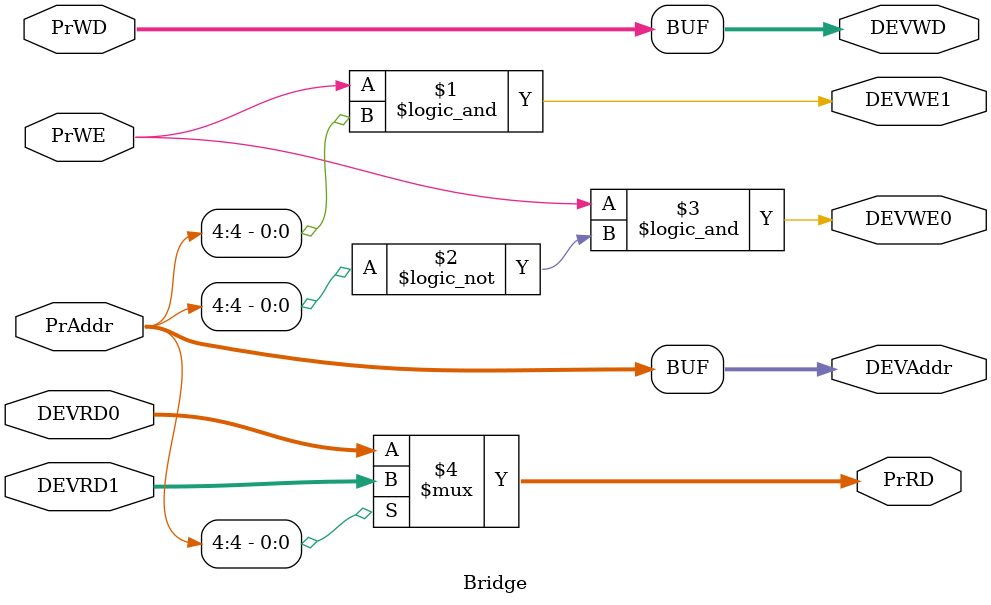
<source format=v>
`timescale 1ns / 1ps
module Bridge(
    input [31:2] PrAddr,
    input [31:0] PrWD,
	 input [31:0] DEVRD0,
    input [31:0] DEVRD1,
	 input PrWE,
	 output [31:0] PrRD,
    output [31:2] DEVAddr,
    output [31:0] DEVWD,
    output DEVWE0,
    output DEVWE1
    );

	assign DEVWE1 = PrWE && PrAddr[4], DEVWE0 = PrWE && !PrAddr[4], DEVAddr = PrAddr, PrRD = PrAddr[4] ? DEVRD1 : DEVRD0, DEVWD = PrWD;
	
endmodule

</source>
